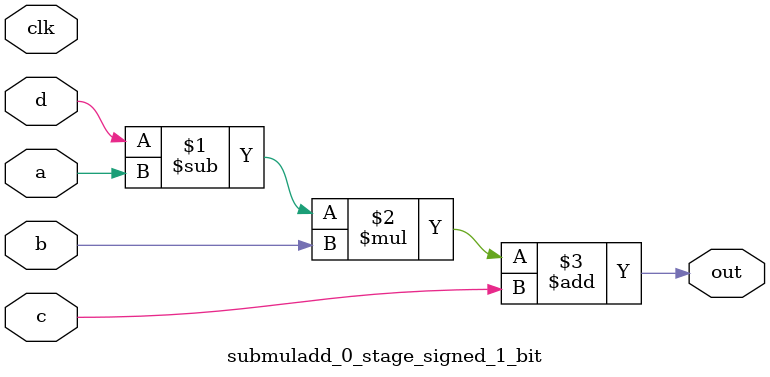
<source format=sv>
(* use_dsp = "yes" *) module submuladd_0_stage_signed_1_bit(
	input signed [0:0] a,
	input signed [0:0] b,
	input signed [0:0] c,
	input signed [0:0] d,
	output [0:0] out,
	input clk);

	assign out = ((d - a) * b) + c;
endmodule

</source>
